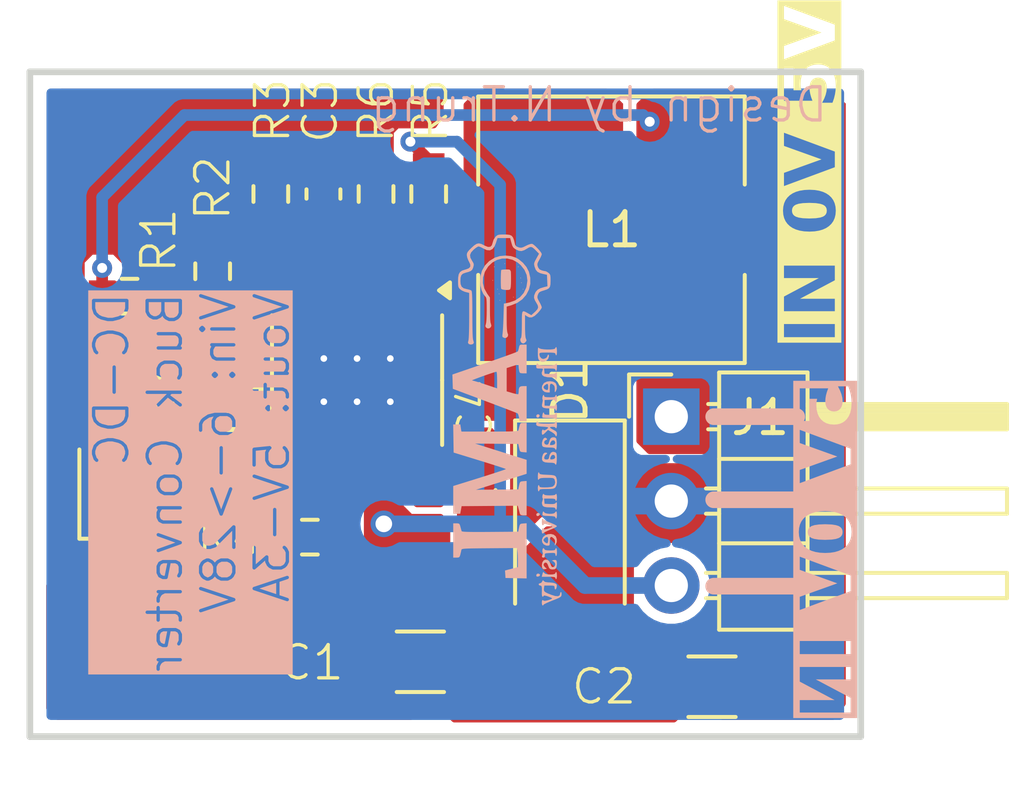
<source format=kicad_pcb>
(kicad_pcb (version 20240108) (generator "pcbnew") (generator_version "8.0")
  (layers (0 "F.Cu" signal) (31 "B.Cu" signal) (34 "B.Paste" user) (35 "F.Paste" user) (36 "B.SilkS" user "B.Silkscreen") (37 "F.SilkS" user "F.Silkscreen") (38 "B.Mask" user) (39 "F.Mask" user) (44 "Edge.Cuts" user))
  (net 0 "")
  (net 1 "GND")
  (net 2 "VCC")
  (net 3 "+5V")
  (net 4 "Net-(U1-COMP)")
  (net 5 "Net-(C3-Pad2)")
  (net 6 "Net-(D1-K)")
  (net 7 "Net-(U1-BST)")
  (net 8 "Net-(U1-FB)")
  (net 9 "Net-(U1-FREQ)")
  (net 10 "Net-(U1-EN)")
  (net 11 "Net-(D2-A)")
  (footprint "Diode_SMD:D_SMA" (layer "F.Cu") (at 93 79 -90)
    (property "Reference" "D1" (at -4.4 0 90) (layer "F.SilkS"))
    (property "Value" "SS34")
    (pad "1" smd rect (at -2 0 270) (size 2.5 1.8) (layers "F.Cu" "F.Paste" "F.Mask") (net 6 "Net-(D1-K)"))
    (pad "2" smd rect (at 2 0 270) (size 2.5 1.8) (layers "F.Cu" "F.Paste" "F.Mask") (net 1 "GND"))
  )
  (footprint "US_CAP_SMD:C_1206" (layer "F.Cu") (at 97.275 83.5)
    (property "Reference" "C2" (at -3.25 0 0) (layer "F.SilkS") (effects (font (thickness 0.1))))
    (property "Value" "22u")
    (pad "1" smd rect (at -1.475 0) (size 1.15 1.8) (layers "F.Cu" "F.Paste" "F.Mask") (net 1 "GND"))
    (pad "2" smd rect (at 1.475 0) (size 1.15 1.8) (layers "F.Cu" "F.Paste" "F.Mask") (net 3 "+5V"))
  )
  (footprint "US_RES_SMD:R_0603" (layer "F.Cu") (at 79.75 71.75)
    (property "Reference" "R1" (at 0.875 -1.675 90) (layer "F.SilkS") (effects (font (thickness 0.1))))
    (property "Value" "200K")
    (pad "1" smd rect (at -0.825 0) (size 0.8 0.95) (layers "F.Cu" "F.Paste" "F.Mask") (net 3 "+5V"))
    (pad "2" smd rect (at 0.825 0) (size 0.8 0.95) (layers "F.Cu" "F.Paste" "F.Mask") (net 8 "Net-(U1-FB)"))
  )
  (footprint "Inductor_SMD:L_SXN_SMDRI73" (layer "F.Cu") (at 94.25 69.75)
    (property "Reference" "L1" (at 0 0 0) (layer "F.SilkS"))
    (property "Value" "15uH")
    (pad "1" smd rect (at -3.2 0) (size 1.6 2.2) (layers "F.Cu" "F.Paste" "F.Mask") (net 6 "Net-(D1-K)"))
    (pad "2" smd rect (at 3.2 0) (size 1.6 2.2) (layers "F.Cu" "F.Paste" "F.Mask") (net 3 "+5V"))
  )
  (footprint "US_RES_SMD:R_0603" (layer "F.Cu") (at 88.75 68.675 90)
    (property "Reference" "R5" (at 2.5 0.05 90) (layer "F.SilkS") (effects (font (thickness 0.1))))
    (property "Value" "100K")
    (pad "1" smd rect (at -0.825 0 90) (size 0.8 0.95) (layers "F.Cu" "F.Paste" "F.Mask") (net 10 "Net-(U1-EN)"))
    (pad "2" smd rect (at 0.825 0 90) (size 0.8 0.95) (layers "F.Cu" "F.Paste" "F.Mask") (net 2 "VCC"))
  )
  (footprint "US_RES_SMD:R_0603" (layer "F.Cu") (at 84 68.675 90)
    (property "Reference" "R3" (at 2.5 0.05 90) (layer "F.SilkS") (effects (font (thickness 0.1))))
    (property "Value" "100K")
    (pad "1" smd rect (at -0.825 0 90) (size 0.8 0.95) (layers "F.Cu" "F.Paste" "F.Mask") (net 1 "GND"))
    (pad "2" smd rect (at 0.825 0 90) (size 0.8 0.95) (layers "F.Cu" "F.Paste" "F.Mask") (net 5 "Net-(C3-Pad2)"))
  )
  (footprint "US_RES_SMD:R_0603" (layer "F.Cu") (at 82.25 71 -90)
    (property "Reference" "R2" (at -2.5 0 90) (layer "F.SilkS") (effects (font (thickness 0.1))))
    (property "Value" "40K")
    (pad "1" smd rect (at -0.825 0 270) (size 0.8 0.95) (layers "F.Cu" "F.Paste" "F.Mask") (net 1 "GND"))
    (pad "2" smd rect (at 0.825 0 270) (size 0.8 0.95) (layers "F.Cu" "F.Paste" "F.Mask") (net 8 "Net-(U1-FB)"))
  )
  (footprint "US_RES_SMD:R_0603" (layer "F.Cu") (at 87.166666 68.675 -90)
    (property "Reference" "R6" (at -2.5 0 90) (layer "F.SilkS") (effects (font (thickness 0.1))))
    (property "Value" "25K")
    (pad "1" smd rect (at -0.825 0 270) (size 0.8 0.95) (layers "F.Cu" "F.Paste" "F.Mask") (net 1 "GND"))
    (pad "2" smd rect (at 0.825 0 270) (size 0.8 0.95) (layers "F.Cu" "F.Paste" "F.Mask") (net 10 "Net-(U1-EN)"))
  )
  (footprint "US_RES_SMD:R_0603" (layer "F.Cu") (at 85.175 79)
    (property "Reference" "R4" (at -2.425 0 0) (layer "F.SilkS") (effects (font (thickness 0.1))))
    (property "Value" "100K")
    (pad "1" smd rect (at -0.825 0) (size 0.8 0.95) (layers "F.Cu" "F.Paste" "F.Mask") (net 1 "GND"))
    (pad "2" smd rect (at 0.825 0) (size 0.8 0.95) (layers "F.Cu" "F.Paste" "F.Mask") (net 9 "Net-(U1-FREQ)"))
  )
  (footprint "US_CAP_SMD:C_0603" (layer "F.Cu") (at 90.23 77.705 90)
    (property "Reference" "C4" (at 2.485 -0.08 90) (layer "F.SilkS") (effects (font (thickness 0.1))))
    (property "Value" "100n")
    (pad "1" smd rect (at -0.795 0.02 90) (size 0.9 0.95) (layers "F.Cu" "F.Paste" "F.Mask") (net 6 "Net-(D1-K)"))
    (pad "2" smd rect (at 0.755 0.02 90) (size 0.9 0.95) (layers "F.Cu" "F.Paste" "F.Mask") (net 7 "Net-(U1-BST)"))
  )
  (footprint "US_CAP_SMD:C_0603" (layer "F.Cu") (at 85.563333 68.655 90)
    (property "Reference" "C3" (at 2.48 -0.08 90) (layer "F.SilkS") (effects (font (thickness 0.1))))
    (property "Value" "150p")
    (pad "1" smd rect (at -0.795 0.02 90) (size 0.9 0.95) (layers "F.Cu" "F.Paste" "F.Mask") (net 4 "Net-(U1-COMP)"))
    (pad "2" smd rect (at 0.755 0.02 90) (size 0.9 0.95) (layers "F.Cu" "F.Paste" "F.Mask") (net 5 "Net-(C3-Pad2)"))
  )
  (footprint "Package_SO:SOIC-8-1EP_3.9x4.9mm_P1.27mm_EP2.29x3mm_ThermalVias" (layer "F.Cu") (at 86.595 74.275 -90)
    (property "Reference" "U1" (at 0.725 3.345 90) (layer "F.SilkS"))
    (property "Value" "~")
    (pad "1" smd rect (at -2.475 -1.905 270) (size 1.95 0.6) (layers "F.Cu" "F.Paste" "F.Mask") (net 6 "Net-(D1-K)"))
    (pad "2" smd rect (at -2.475 -0.635 270) (size 1.95 0.6) (layers "F.Cu" "F.Paste" "F.Mask") (net 10 "Net-(U1-EN)"))
    (pad "3" smd rect (at -2.475 0.635 270) (size 1.95 0.6) (layers "F.Cu" "F.Paste" "F.Mask") (net 4 "Net-(U1-COMP)"))
    (pad "4" smd rect (at -2.475 1.905 270) (size 1.95 0.6) (layers "F.Cu" "F.Paste" "F.Mask") (net 8 "Net-(U1-FB)"))
    (pad "5" thru_hole circle (at -0.65 -1 270) (size 0.5 0.5) (drill 0.2) (property pad_prop_heatsink) (layers "*.Cu") (net 1 "GND"))
    (pad "5" thru_hole circle (at -0.65 0 270) (size 0.5 0.5) (drill 0.2) (property pad_prop_heatsink) (layers "*.Cu") (net 1 "GND"))
    (pad "5" thru_hole circle (at -0.65 1 270) (size 0.5 0.5) (drill 0.2) (property pad_prop_heatsink) (layers "*.Cu") (net 1 "GND"))
    (pad "5" smd rect (at 0 0 270) (size 1.8 2.5) (property pad_prop_heatsink) (layers "B.Cu") (net 1 "GND"))
    (pad "5" smd rect (at 0 0 270) (size 2.29 3) (property pad_prop_heatsink) (layers "F.Cu" "F.Mask") (net 1 "GND"))
    (pad "5" thru_hole circle (at 0.65 -1 270) (size 0.5 0.5) (drill 0.2) (property pad_prop_heatsink) (layers "*.Cu") (net 1 "GND"))
    (pad "5" thru_hole circle (at 0.65 0 270) (size 0.5 0.5) (drill 0.2) (property pad_prop_heatsink) (layers "*.Cu") (net 1 "GND"))
    (pad "5" thru_hole circle (at 0.65 1 270) (size 0.5 0.5) (drill 0.2) (property pad_prop_heatsink) (layers "*.Cu") (net 1 "GND"))
    (pad "5" smd rect (at 2.475 1.905 270) (size 1.95 0.6) (layers "F.Cu" "F.Paste" "F.Mask") (net 1 "GND"))
    (pad "6" smd rect (at 2.475 0.635 270) (size 1.95 0.6) (layers "F.Cu" "F.Paste" "F.Mask") (net 9 "Net-(U1-FREQ)"))
    (pad "7" smd rect (at 2.475 -0.635 270) (size 1.95 0.6) (layers "F.Cu" "F.Paste" "F.Mask") (net 2 "VCC"))
    (pad "8" smd rect (at 2.475 -1.905 270) (size 1.95 0.6) (layers "F.Cu" "F.Paste" "F.Mask") (net 7 "Net-(U1-BST)"))
  )
  (footprint "US_RES_SMD:R_0603" (layer "F.Cu") (at 79.2 74.1 -90)
    (property "Reference" "R7" (at 0.7 -1.4 90) (layer "F.SilkS") (effects (font (thickness 0.1))))
    (property "Value" "4.7K")
    (pad "1" smd rect (at -0.825 0 270) (size 0.8 0.95) (layers "F.Cu" "F.Paste" "F.Mask") (net 3 "+5V"))
    (pad "2" smd rect (at 0.825 0 270) (size 0.8 0.95) (layers "F.Cu" "F.Paste" "F.Mask") (net 11 "Net-(D2-A)"))
  )
  (footprint "US_CAP_SMD:C_1206" (layer "F.Cu") (at 88.5 82.75)
    (property "Reference" "C1" (at -3.275 0.025 0) (layer "F.SilkS") (effects (font (thickness 0.1))))
    (property "Value" "10u")
    (pad "1" smd rect (at -1.475 0) (size 1.15 1.8) (layers "F.Cu" "F.Paste" "F.Mask") (net 2 "VCC"))
    (pad "2" smd rect (at 1.475 0) (size 1.15 1.8) (layers "F.Cu" "F.Paste" "F.Mask") (net 1 "GND"))
  )
  (footprint "US_LED_SMD:LED_0805" (layer "F.Cu") (at 79.2 77.3625 90)
    (property "Reference" "D2" (hide yes))
    (property "Value" "LED")
    (pad "1" smd rect (at -0.9375 0 90) (size 0.975 1.4) (layers "F.Cu" "F.Paste" "F.Mask") (net 1 "GND"))
    (pad "2" smd rect (at 0.9375 0 90) (size 0.975 1.4) (layers "F.Cu" "F.Paste" "F.Mask") (net 11 "Net-(D2-A)"))
  )
  (footprint "Connector_PinHeader_2.54mm:PinHeader_1x03_P2.54mm_Horizontal" (layer "F.Cu") (at 96.05 75.375)
    (property "Reference" "J1" (at 2.675 0.025 360) (layer "F.SilkS"))
    (property "Value" "Conn_01x03_Pin")
    (pad "1" thru_hole rect (at 0 0) (size 1.7 1.7) (drill 1) (layers "*.Cu" "*.Mask") (net 3 "+5V"))
    (pad "2" thru_hole oval (at 0 2.54) (size 1.7 1.7) (drill 1) (layers "*.Cu" "*.Mask") (net 1 "GND"))
    (pad "3" thru_hole oval (at 0 5.08) (size 1.7 1.7) (drill 1) (layers "*.Cu" "*.Mask") (net 2 "VCC"))
  )
  (footprint "LOGO" (layer "B.Cu") (at 91.025 75.175 -90)
    (property "Reference" "G***" (hide yes))
    (property "Value" "LOGO" (hide yes))
  )
  (gr_poly (pts (xy 101.2 75.3) (xy 101.2 84) (xy 100.9 84.4) (xy 97.6 84.4) (xy 97.2 84) (xy 97.2 81.158295) (xy 98.1 80.433295) (xy 98.1 76.9) (xy 97.6 76.4) (xy 95.4 76.4) (xy 95.1 76.1) (xy 95.1 74.4) (xy 95.1 76.1) (xy 95.1 69.1) (xy 95.1 68.9) (xy 95.1 66) (xy 95.516667 65.6) (xy 100.7 65.6) (xy 101.2 66) (xy 101.2 74.7) (xy 101.2 75)) (stroke (width 0.2)) (fill solid) (layer "F.Cu") (net 3))
  (gr_poly (pts (xy 85.6 72.7) (xy 86.3 72.7) (xy 86.3 70.6) (xy 86.2 70.5) (xy 86.2 69) (xy 86 68.8) (xy 85.1 68.8) (xy 85 68.9) (xy 85 70) (xy 85.6 70.6)) (stroke (width 0.2)) (fill solid) (layer "F.Cu") (net 4))
  (gr_poly (pts (xy 96.425 84.175) (xy 96.125 84.475) (xy 89.525 84.475) (xy 89.025 83.975) (xy 89.025 82.075) (xy 89.825 81.275) (xy 89.825 79.875) (xy 90.225 79.475) (xy 91.625 79.475) (xy 92.325 78.775) (xy 94.025 78.775) (xy 94.925 77.875) (xy 94.925 77.175) (xy 95.225 76.875) (xy 97.225 76.875) (xy 97.625 77.275) (xy 97.625 78.775) (xy 97.325 79.075) (xy 95.625 79.075) (xy 94.825 79.875) (xy 94.825 81.075) (xy 95.625 81.875) (xy 96.225 81.875) (xy 96.425 82.075)) (stroke (width 0.2)) (fill solid) (layer "F.Cu") (net 1))
  (gr_poly (pts (xy 79.6 71.7) (xy 79.4 71.4) (xy 78.7 71.4) (xy 78.7 73.7) (xy 78.8 73.8) (xy 79.6 73.8) (xy 79.6 73.7)) (stroke (width 0.2)) (fill solid) (layer "F.Cu") (net 3))
  (gr_poly (pts (xy 86.9 72.7) (xy 87.6 72.7) (xy 87.6 70.5) (xy 87.9 70.2) (xy 89.3 70.2) (xy 89.5 70) (xy 89.5 69) (xy 89.3 68.8) (xy 86.7 68.8) (xy 86.6 68.9) (xy 86.6 70.2) (xy 86.9 70.5)) (stroke (width 0.2)) (fill solid) (layer "F.Cu") (net 10))
  (gr_poly (pts (xy 91.4 79) (xy 92.1 78.3) (xy 93.9 78.3) (xy 94.5 77.7) (xy 94.5 66) (xy 94.1 65.6) (xy 90.3 65.6) (xy 89.9 66) (xy 89.9 70.4) (xy 89.6 70.7) (xy 88.3 70.7) (xy 88.1 70.9) (xy 88.1 72.7) (xy 88.5 73.1) (xy 88.5 75.1) (xy 88.8 75.4) (xy 90.8 75.4) (xy 91.3 75.9) (xy 91.3 77.6) (xy 91 77.9) (xy 89.8 77.9) (xy 89.7 78) (xy 89.7 78.9) (xy 89.8 79)) (stroke (width 0.2)) (fill solid) (layer "F.Cu") (net 6))
  (gr_poly (pts (xy 88.2 75.8) (xy 88.2 77.8) (xy 88.4 78) (xy 89.1 78) (xy 89.6 77.5) (xy 90.8 77.5) (xy 90.9 77.4) (xy 90.9 76.1) (xy 90.6 75.8)) (stroke (width 0.2)) (fill solid) (layer "F.Cu") (net 7))
  (gr_poly (pts (xy 86.9 75.8) (xy 87.6 75.8) (xy 87.6 77.8) (xy 88.2 78.4) (xy 89.1 78.4) (xy 89.3 78.6) (xy 89.3 81) (xy 88.5 81.8) (xy 88.5 84) (xy 88.2 84.4) (xy 77.6 84.4) (xy 77.342105 84.142105) (xy 77.342105 80.4625) (xy 77.6 80.2) (xy 86.4 80.2) (xy 86.9 79.7)) (stroke (width 0.2)) (fill solid) (layer "F.Cu") (net 2))
  (gr_poly (pts (xy 84.9 79.4) (xy 84.6 79.7) (xy 77.6 79.7) (xy 77.4 79.4) (xy 77.4 66) (xy 77.7 65.6) (xy 88.9 65.6) (xy 89.1 65.9) (xy 89.1 66.3) (xy 88.9 66.6) (xy 87.8 66.6) (xy 87.6 66.8) (xy 87.6 67.9) (xy 87.4 68.1) (xy 86.8 68.1) (xy 86.6 67.9) (xy 86.6 67.1) (xy 86.5 67) (xy 83.4 67) (xy 83.1 67.3) (xy 83.1 68.4) (xy 83.4 68.7) (xy 84.4 68.7) (xy 84.6 68.9) (xy 84.6 69.8) (xy 84.4 70) (xy 83.5 70) (xy 82.8 70.7) (xy 79.6 70.7) (xy 79.3 70.4) (xy 78.6 70.4) (xy 78.3 70.7) (xy 78.3 72.633333) (xy 78.3 77.1) (xy 78.5 77.3) (xy 80.1 77.3) (xy 80.3 77.1) (xy 80.3 73.6) (xy 80.6 73.3) (xy 84.1 73.3) (xy 84.1 73.3) (xy 86.4 73.3) (xy 86.4 75.3) (xy 85.2 75.3) (xy 85 75.5) (xy 85 77.9) (xy 84.9 78)) (stroke (width 0.2)) (fill solid) (layer "F.Cu") (net 1))
  (gr_poly (pts (xy 85.6 75.8) (xy 86.3 75.8) (xy 86.3 77.9) (xy 86.5 78.1) (xy 86.5 79.5) (xy 86.3 79.7) (xy 85.6 79.7) (xy 85.5 79.6) (xy 85.5 78.5) (xy 85.6 78.4)) (stroke (width 0.2)) (fill solid) (layer "F.Cu") (net 9))
  (gr_poly (pts (xy 86 68.4) (xy 86 67.4) (xy 83.5 67.4) (xy 83.5 68.4)) (stroke (width 0.2)) (fill solid) (layer "F.Cu") (net 5))
  (gr_poly (pts (xy 85.1 72.7) (xy 85.1 70.8) (xy 84.825 70.5) (xy 84 70.5) (xy 83.4 71.1) (xy 80.2 71.1) (xy 80 71.3) (xy 80 72.4) (xy 80.3 72.7)) (stroke (width 0.2)) (fill solid) (layer "F.Cu") (net 8))
  (gr_poly (pts (xy 84.75 72.75) (xy 88.5 72.75) (xy 88.5 75.75) (xy 84.75 75.75)) (stroke (width 0.2)) (fill solid) (layer "B.Cu") (net 1))
  (gr_line (start 97.325 77.875) (end 99.825 77.875) (stroke (width 0.5)) (layer "B.SilkS"))
  (gr_line (start 97.325 75.375) (end 99.825 75.375) (stroke (width 0.5)) (layer "B.SilkS"))
  (gr_line (start 97.325 80.475) (end 99.825 80.475) (stroke (width 0.5)) (layer "B.SilkS"))
  (gr_line (start 101.75 65) (end 101.75 85) (stroke (width 0.2)) (layer "Edge.Cuts"))
  (gr_line (start 101.75 85) (end 76.75 85) (stroke (width 0.2)) (layer "Edge.Cuts"))
  (gr_line (start 76.75 85) (end 76.75 65) (stroke (width 0.2)) (layer "Edge.Cuts"))
  (gr_line (start 76.75 65) (end 101.75 65) (stroke (width 0.2)) (layer "Edge.Cuts"))
  (gr_text "Design by N.Trung" (at 100.825 66.575 0) (layer "B.SilkS") (effects (font (size 1 1) (thickness 0.1)) (justify left bottom mirror)))
  (gr_text "DC-DC         \nBuck Converter\nVin: 6->28V   \nVout: 5V-3A   " (at 84.625 71.575 90) (layer "B.SilkS" knockout) (effects (font (size 1 1) (thickness 0.1)) (justify left bottom mirror)))
  (gr_text "5V 0V IN" (at 101.7 74.3 90) (layer "B.SilkS" knockout) (effects (font (size 1.5 1.5) (thickness 0.3) (bold yes)) (justify left bottom mirror)))
  (gr_text "IN 0V 5V" (at 101.225 73.175 90) (layer "F.SilkS" knockout) (effects (font (size 1.5 1.5) (thickness 0.3) (bold yes)) (justify left bottom)))
  (gr_text "5V" (at 79.825 80.675 90) (layer "F.SilkS" knockout) (effects (font (size 1 1) (thickness 0.1)) (justify left bottom)))
  (segment (start 88.75 67.65) (end 88.75 67.85) (width 0.35) (layer "F.Cu") (net 2))
  (segment (start 88.2 67.1) (end 88.75 67.65) (width 0.35) (layer "F.Cu") (net 2))
  (via (at 88.2 67.1) (size 0.6) (drill 0.3) (layers "F.Cu" "B.Cu") (net 2))
  (via (at 87.4 78.6) (size 0.8) (drill 0.5) (layers "F.Cu" "B.Cu") (net 2))
  (segment (start 88.2 67.1) (end 89.6 67.1) (width 0.35) (layer "B.Cu") (net 2))
  (segment (start 89.6 67.1) (end 90.9 68.4) (width 0.35) (layer "B.Cu") (net 2))
  (segment (start 93.455 80.455) (end 91.6 78.6) (width 0.5) (layer "B.Cu") (net 2))
  (segment (start 91.6 78.6) (end 90.9 78.6) (width 0.5) (layer "B.Cu") (net 2))
  (segment (start 90.9 78.6) (end 87.4 78.6) (width 0.5) (layer "B.Cu") (net 2))
  (segment (start 90.9 68.4) (end 90.9 78.6) (width 0.35) (layer "B.Cu") (net 2))
  (segment (start 96.05 80.455) (end 93.455 80.455) (width 0.5) (layer "B.Cu") (net 2))
  (segment (start 78.925 70.9) (end 78.925 71.75) (width 0.35) (layer "F.Cu") (net 3))
  (via (at 78.925 70.9) (size 0.6) (drill 0.3) (layers "F.Cu" "B.Cu") (net 3))
  (via (at 95.4 66.5) (size 0.6) (drill 0.3) (layers "F.Cu" "B.Cu") (net 3))
  (segment (start 78.925 68.775) (end 78.925 70.9) (width 0.35) (layer "B.Cu") (net 3))
  (segment (start 81.4 66.3) (end 78.925 68.775) (width 0.35) (layer "B.Cu") (net 3))
  (segment (start 95.2 66.3) (end 81.4 66.3) (width 0.35) (layer "B.Cu") (net 3))
  (segment (start 95.4 66.5) (end 95.2 66.3) (width 0.35) (layer "B.Cu") (net 3))
  (segment (start 79.2 74.925) (end 79.2 76.425) (width 0.4) (layer "F.Cu") (net 11))
  (zone (net 1) (net_name "GND") (layer "B.Cu") (connect_pads (clearance 0.3)) (min_thickness 0.25) (fill yes (thermal_gap 0.3) (thermal_bridge_width 0.8) (island_removal_mode 1) (island_area_min 10))
    (polygon (pts (xy 76.75 65) (xy 101.75 65) (xy 101.75 85) (xy 76.75 85)))
  )
)
</source>
